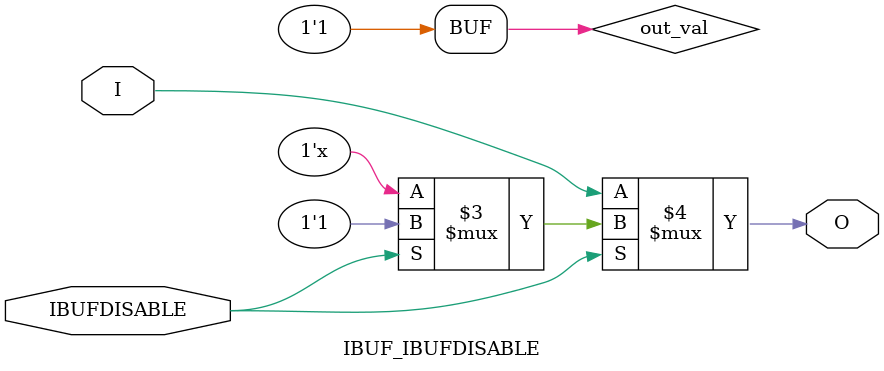
<source format=v>


`timescale  1 ps / 1 ps


`celldefine

module IBUF_IBUFDISABLE (O, I, IBUFDISABLE);

    parameter IBUF_LOW_PWR = "TRUE";
    parameter IOSTANDARD = "DEFAULT";
    parameter SIM_DEVICE = "7SERIES";
    parameter USE_IBUFDISABLE = "TRUE";
`ifdef XIL_TIMING
    parameter LOC = "UNPLACED";
`endif // `ifdef XIL_TIMING
    
    output O;

    input  I;
    input  IBUFDISABLE;

// define constants
  localparam MODULE_NAME = "IBUF_IBUFDISABLE";

   wire out_val;
    initial begin
	

        case (IBUF_LOW_PWR)

            "FALSE", "TRUE" : ;
            default : begin
                          $display("Attribute Syntax Error : The attribute IBUF_LOW_PWR on IBUF_IBUFDISABLE instance %m is set to %s.  Legal values for this attribute are TRUE or FALSE.", IBUF_LOW_PWR);
                          #1 $finish;
                      end

        endcase
       if ((SIM_DEVICE != "7SERIES") &&
         (SIM_DEVICE != "ULTRASCALE") &&
         (SIM_DEVICE != "VERSAL_AI_CORE") &&
         (SIM_DEVICE != "VERSAL_AI_CORE_ES1") &&
         (SIM_DEVICE != "VERSAL_AI_CORE_ES2") &&
         (SIM_DEVICE != "VERSAL_AI_EDGE") &&
         (SIM_DEVICE != "VERSAL_AI_EDGE_ES1") &&
         (SIM_DEVICE != "VERSAL_AI_EDGE_ES2") &&
         (SIM_DEVICE != "VERSAL_AI_RF") &&
         (SIM_DEVICE != "VERSAL_AI_RF_ES1") &&
         (SIM_DEVICE != "VERSAL_AI_RF_ES2") &&
         (SIM_DEVICE != "VERSAL_HBM") &&
         (SIM_DEVICE != "VERSAL_HBM_ES1") &&
         (SIM_DEVICE != "VERSAL_HBM_ES2") &&
         (SIM_DEVICE != "VERSAL_PREMIUM") &&
         (SIM_DEVICE != "VERSAL_PREMIUM_ES1") &&
         (SIM_DEVICE != "VERSAL_PREMIUM_ES2") &&
         (SIM_DEVICE != "VERSAL_PRIME") &&
         (SIM_DEVICE != "VERSAL_PRIME_ES1") &&
         (SIM_DEVICE != "VERSAL_PRIME_ES2")) begin
      $display("Error: [Unisim %s-104] SIM_DEVICE attribute is set to %s.  Legal values for this attribute are 7SERIES, ULTRASCALE, VERSAL_AI_CORE, VERSAL_AI_CORE_ES1, VERSAL_AI_CORE_ES2, VERSAL_AI_EDGE, VERSAL_AI_EDGE_ES1, VERSAL_AI_EDGE_ES2, VERSAL_AI_RF, VERSAL_AI_RF_ES1, VERSAL_AI_RF_ES2, VERSAL_HBM, VERSAL_HBM_ES1, VERSAL_HBM_ES2, VERSAL_PREMIUM, VERSAL_PREMIUM_ES1, VERSAL_PREMIUM_ES2, VERSAL_PRIME, VERSAL_PRIME_ES1 or VERSAL_PRIME_ES2. Instance: %m", MODULE_NAME, SIM_DEVICE);
       #1 $finish;
    end
    end
   generate
       case (SIM_DEVICE)
         "7SERIES" : begin
                        assign out_val = 1'b1;
                     end
         default : begin
                        assign out_val = 1'b0;
                     end
        endcase
   endgenerate

    generate
       case (USE_IBUFDISABLE)
          "TRUE" :  begin
                        assign O = (IBUFDISABLE == 0)? I : (IBUFDISABLE == 1)? out_val  : 1'bx;
                    end
          "FALSE" : begin
                        assign O = I;
                    end
       endcase
    endgenerate

`ifdef XIL_TIMING
    specify

        (I => O) 		= (0:0:0,  0:0:0);
        (IBUFDISABLE => O)	= (0:0:0,  0:0:0);

        specparam PATHPULSE$ = 0;

    endspecify
`endif // `ifdef XIL_TIMING

endmodule

`endcelldefine

</source>
